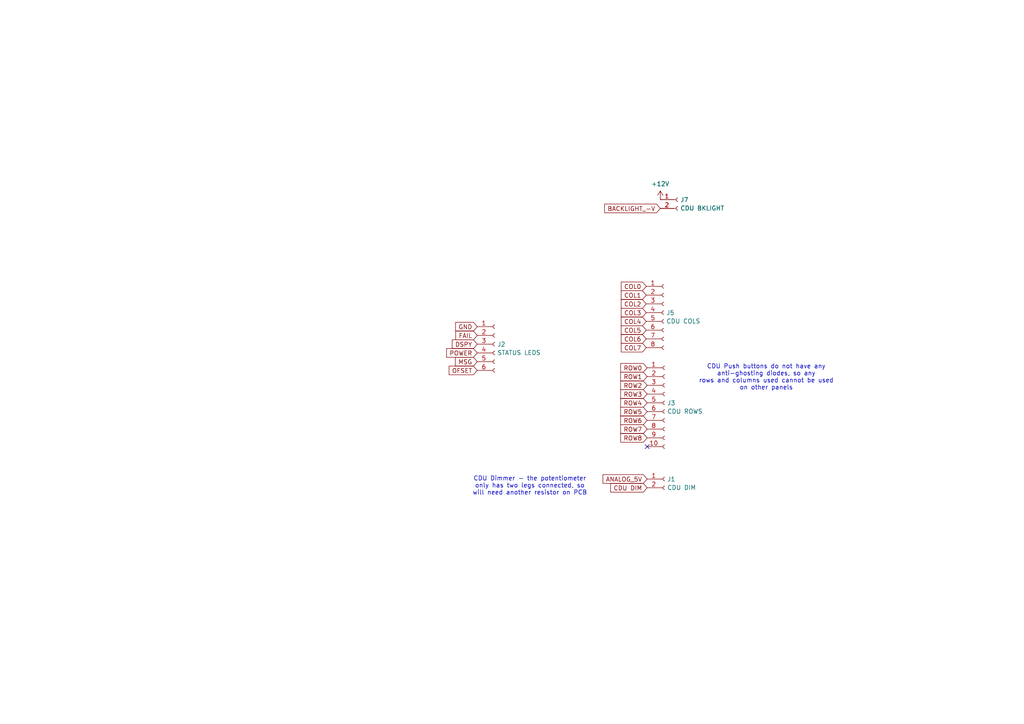
<source format=kicad_sch>
(kicad_sch (version 20231120) (generator "eeschema") (generator_version "8.0")
  (paper "A4")
  (lib_symbols
    (symbol "Connector:Conn_01x02_Socket" (pin_names (offset 1.016) hide)
      (property "Reference" "J" (at 0 2.54 0))
      (property "Value" "Conn_01x02_Socket" (at 0 -5.08 0))
      (symbol "Conn_01x02_Socket_1_1"
        (arc (start 0 -2.032) (mid -0.5058 -2.54) (end 0 -3.048) (stroke (width 0.1524)))
        (polyline (pts (xy -1.27 -2.54) (xy -0.508 -2.54)) (stroke (width 0.1524)))
        (polyline (pts (xy -1.27 0) (xy -0.508 0)) (stroke (width 0.1524)))
        (arc (start 0 0.508) (mid -0.5058 0) (end 0 -0.508) (stroke (width 0.1524)))
        (pin passive line (at -5.08 0 0) (length 3.81) (name "Pin_1") (number "1"))
        (pin passive line (at -5.08 -2.54 0) (length 3.81) (name "Pin_2") (number "2"))
      )
    )
    (symbol "Connector:Conn_01x06_Socket" (pin_names (offset 1.016) hide)
      (property "Reference" "J" (at 0 7.62 0))
      (property "Value" "Conn_01x06_Socket" (at 0 -10.16 0))
      (symbol "Conn_01x06_Socket_1_1"
        (arc (start 0 -7.112) (mid -0.5058 -7.62) (end 0 -8.128) (stroke (width 0.1524)))
        (arc (start 0 -4.572) (mid -0.5058 -5.08) (end 0 -5.588) (stroke (width 0.1524)))
        (arc (start 0 -2.032) (mid -0.5058 -2.54) (end 0 -3.048) (stroke (width 0.1524)))
        (polyline (pts (xy -1.27 -7.62) (xy -0.508 -7.62)) (stroke (width 0.1524)))
        (polyline (pts (xy -1.27 -5.08) (xy -0.508 -5.08)) (stroke (width 0.1524)))
        (polyline (pts (xy -1.27 -2.54) (xy -0.508 -2.54)) (stroke (width 0.1524)))
        (polyline (pts (xy -1.27 0) (xy -0.508 0)) (stroke (width 0.1524)))
        (polyline (pts (xy -1.27 2.54) (xy -0.508 2.54)) (stroke (width 0.1524)))
        (polyline (pts (xy -1.27 5.08) (xy -0.508 5.08)) (stroke (width 0.1524)))
        (arc (start 0 0.508) (mid -0.5058 0) (end 0 -0.508) (stroke (width 0.1524)))
        (arc (start 0 3.048) (mid -0.5058 2.54) (end 0 2.032) (stroke (width 0.1524)))
        (arc (start 0 5.588) (mid -0.5058 5.08) (end 0 4.572) (stroke (width 0.1524)))
        (pin passive line (at -5.08 5.08 0) (length 3.81) (name "Pin_1") (number "1"))
        (pin passive line (at -5.08 2.54 0) (length 3.81) (name "Pin_2") (number "2"))
        (pin passive line (at -5.08 0 0) (length 3.81) (name "Pin_3") (number "3"))
        (pin passive line (at -5.08 -2.54 0) (length 3.81) (name "Pin_4") (number "4"))
        (pin passive line (at -5.08 -5.08 0) (length 3.81) (name "Pin_5") (number "5"))
        (pin passive line (at -5.08 -7.62 0) (length 3.81) (name "Pin_6") (number "6"))
      )
    )
    (symbol "Connector:Conn_01x08_Socket" (pin_names (offset 1.016) hide)
      (property "Reference" "J" (at 0 10.16 0))
      (property "Value" "Conn_01x08_Socket" (at 0 -12.7 0))
      (symbol "Conn_01x08_Socket_1_1"
        (arc (start 0 -9.652) (mid -0.5058 -10.16) (end 0 -10.668) (stroke (width 0.1524)))
        (arc (start 0 -7.112) (mid -0.5058 -7.62) (end 0 -8.128) (stroke (width 0.1524)))
        (arc (start 0 -4.572) (mid -0.5058 -5.08) (end 0 -5.588) (stroke (width 0.1524)))
        (arc (start 0 -2.032) (mid -0.5058 -2.54) (end 0 -3.048) (stroke (width 0.1524)))
        (polyline (pts (xy -1.27 -10.16) (xy -0.508 -10.16)) (stroke (width 0.1524)))
        (polyline (pts (xy -1.27 -7.62) (xy -0.508 -7.62)) (stroke (width 0.1524)))
        (polyline (pts (xy -1.27 -5.08) (xy -0.508 -5.08)) (stroke (width 0.1524)))
        (polyline (pts (xy -1.27 -2.54) (xy -0.508 -2.54)) (stroke (width 0.1524)))
        (polyline (pts (xy -1.27 0) (xy -0.508 0)) (stroke (width 0.1524)))
        (polyline (pts (xy -1.27 2.54) (xy -0.508 2.54)) (stroke (width 0.1524)))
        (polyline (pts (xy -1.27 5.08) (xy -0.508 5.08)) (stroke (width 0.1524)))
        (polyline (pts (xy -1.27 7.62) (xy -0.508 7.62)) (stroke (width 0.1524)))
        (arc (start 0 0.508) (mid -0.5058 0) (end 0 -0.508) (stroke (width 0.1524)))
        (arc (start 0 3.048) (mid -0.5058 2.54) (end 0 2.032) (stroke (width 0.1524)))
        (arc (start 0 5.588) (mid -0.5058 5.08) (end 0 4.572) (stroke (width 0.1524)))
        (arc (start 0 8.128) (mid -0.5058 7.62) (end 0 7.112) (stroke (width 0.1524)))
        (pin passive line (at -5.08 7.62 0) (length 3.81) (name "Pin_1") (number "1"))
        (pin passive line (at -5.08 5.08 0) (length 3.81) (name "Pin_2") (number "2"))
        (pin passive line (at -5.08 2.54 0) (length 3.81) (name "Pin_3") (number "3"))
        (pin passive line (at -5.08 0 0) (length 3.81) (name "Pin_4") (number "4"))
        (pin passive line (at -5.08 -2.54 0) (length 3.81) (name "Pin_5") (number "5"))
        (pin passive line (at -5.08 -5.08 0) (length 3.81) (name "Pin_6") (number "6"))
        (pin passive line (at -5.08 -7.62 0) (length 3.81) (name "Pin_7") (number "7"))
        (pin passive line (at -5.08 -10.16 0) (length 3.81) (name "Pin_8") (number "8"))
      )
    )
    (symbol "Connector:Conn_01x10_Socket" (pin_names (offset 1.016) hide)
      (property "Reference" "J" (at 0 12.7 0))
      (property "Value" "Conn_01x10_Socket" (at 0 -15.24 0))
      (symbol "Conn_01x10_Socket_1_1"
        (arc (start 0 -12.192) (mid -0.5058 -12.7) (end 0 -13.208) (stroke (width 0.1524)))
        (arc (start 0 -9.652) (mid -0.5058 -10.16) (end 0 -10.668) (stroke (width 0.1524)))
        (arc (start 0 -7.112) (mid -0.5058 -7.62) (end 0 -8.128) (stroke (width 0.1524)))
        (arc (start 0 -4.572) (mid -0.5058 -5.08) (end 0 -5.588) (stroke (width 0.1524)))
        (arc (start 0 -2.032) (mid -0.5058 -2.54) (end 0 -3.048) (stroke (width 0.1524)))
        (polyline (pts (xy -1.27 -12.7) (xy -0.508 -12.7)) (stroke (width 0.1524)))
        (polyline (pts (xy -1.27 -10.16) (xy -0.508 -10.16)) (stroke (width 0.1524)))
        (polyline (pts (xy -1.27 -7.62) (xy -0.508 -7.62)) (stroke (width 0.1524)))
        (polyline (pts (xy -1.27 -5.08) (xy -0.508 -5.08)) (stroke (width 0.1524)))
        (polyline (pts (xy -1.27 -2.54) (xy -0.508 -2.54)) (stroke (width 0.1524)))
        (polyline (pts (xy -1.27 0) (xy -0.508 0)) (stroke (width 0.1524)))
        (polyline (pts (xy -1.27 2.54) (xy -0.508 2.54)) (stroke (width 0.1524)))
        (polyline (pts (xy -1.27 5.08) (xy -0.508 5.08)) (stroke (width 0.1524)))
        (polyline (pts (xy -1.27 7.62) (xy -0.508 7.62)) (stroke (width 0.1524)))
        (polyline (pts (xy -1.27 10.16) (xy -0.508 10.16)) (stroke (width 0.1524)))
        (arc (start 0 0.508) (mid -0.5058 0) (end 0 -0.508) (stroke (width 0.1524)))
        (arc (start 0 3.048) (mid -0.5058 2.54) (end 0 2.032) (stroke (width 0.1524)))
        (arc (start 0 5.588) (mid -0.5058 5.08) (end 0 4.572) (stroke (width 0.1524)))
        (arc (start 0 8.128) (mid -0.5058 7.62) (end 0 7.112) (stroke (width 0.1524)))
        (arc (start 0 10.668) (mid -0.5058 10.16) (end 0 9.652) (stroke (width 0.1524)))
        (pin passive line (at -5.08 10.16 0) (length 3.81) (name "Pin_1") (number "1"))
        (pin passive line (at -5.08 -12.7 0) (length 3.81) (name "Pin_10") (number "10"))
        (pin passive line (at -5.08 7.62 0) (length 3.81) (name "Pin_2") (number "2"))
        (pin passive line (at -5.08 5.08 0) (length 3.81) (name "Pin_3") (number "3"))
        (pin passive line (at -5.08 2.54 0) (length 3.81) (name "Pin_4") (number "4"))
        (pin passive line (at -5.08 0 0) (length 3.81) (name "Pin_5") (number "5"))
        (pin passive line (at -5.08 -2.54 0) (length 3.81) (name "Pin_6") (number "6"))
        (pin passive line (at -5.08 -5.08 0) (length 3.81) (name "Pin_7") (number "7"))
        (pin passive line (at -5.08 -7.62 0) (length 3.81) (name "Pin_8") (number "8"))
        (pin passive line (at -5.08 -10.16 0) (length 3.81) (name "Pin_9") (number "9"))
      )
    )
    (symbol "power:+12V" (power) (pin_numbers hide) (pin_names (offset 0) hide)
      (property "Value" "+12V" (at 0 3.556 0))
      (symbol "+12V_0_1"
        (polyline (pts (xy -0.762 1.27) (xy 0 2.54)))
        (polyline (pts (xy 0 0) (xy 0 2.54)))
        (polyline (pts (xy 0 2.54) (xy 0.762 1.27)))
      )
      (symbol "+12V_1_1"
        (pin power_in line (at 0 0 90) (length 0) (name "~") (number "1"))
      )
    )
  )
  (no_connect (at 187.706 129.54))
  (text "CDU Push buttons do not have any\nanti-ghosting diodes, so any\nrows and columns used cannot be used\non other panels" (at 222.25 109.474 0) (effects (font (size 1.27 1.27))))
  (text "CDU Dimmer - the potentiometer\nonly has two legs connected, so\nwill need another resistor on PCB" (at 153.67 140.97 0) (effects (font (size 1.27 1.27))))
  (global_label "ANALOG_5V" (shape input) (at 187.706 138.938 180) (property "Intersheetrefs" "${INTERSHEET_REFS}" (effects (hide yes))))
  (global_label "COL7" (shape input) (at 187.452 100.838 180) (property "Intersheetrefs" "${INTERSHEET_REFS}" (effects (hide yes))))
  (global_label "ROW7" (shape input) (at 187.706 124.46 180) (property "Intersheetrefs" "${INTERSHEET_REFS}" (effects (hide yes))))
  (global_label "ROW3" (shape input) (at 187.706 114.3 180) (property "Intersheetrefs" "${INTERSHEET_REFS}" (effects (hide yes))))
  (global_label "ROW8" (shape input) (at 187.706 127 180) (property "Intersheetrefs" "${INTERSHEET_REFS}" (effects (hide yes))))
  (global_label "COL0" (shape input) (at 187.452 83.058 180) (property "Intersheetrefs" "${INTERSHEET_REFS}" (effects (hide yes))))
  (global_label "COL1" (shape input) (at 187.452 85.598 180) (property "Intersheetrefs" "${INTERSHEET_REFS}" (effects (hide yes))))
  (global_label "COL3" (shape input) (at 187.452 90.678 180) (property "Intersheetrefs" "${INTERSHEET_REFS}" (effects (hide yes))))
  (global_label "COL5" (shape input) (at 187.452 95.758 180) (property "Intersheetrefs" "${INTERSHEET_REFS}" (effects (hide yes))))
  (global_label "ROW1" (shape input) (at 187.706 109.22 180) (property "Intersheetrefs" "${INTERSHEET_REFS}" (effects (hide yes))))
  (global_label "ROW4" (shape input) (at 187.706 116.84 180) (property "Intersheetrefs" "${INTERSHEET_REFS}" (effects (hide yes))))
  (global_label "FAIL" (shape input) (at 138.43 97.282 180) (property "Intersheetrefs" "${INTERSHEET_REFS}" (effects (hide yes))))
  (global_label "COL4" (shape input) (at 187.452 93.218 180) (property "Intersheetrefs" "${INTERSHEET_REFS}" (effects (hide yes))))
  (global_label "MSG" (shape input) (at 138.43 104.902 180) (property "Intersheetrefs" "${INTERSHEET_REFS}" (effects (hide yes))))
  (global_label "DSPY" (shape input) (at 138.43 99.822 180) (property "Intersheetrefs" "${INTERSHEET_REFS}" (effects (hide yes))))
  (global_label "GND" (shape input) (at 138.43 94.742 180) (property "Intersheetrefs" "${INTERSHEET_REFS}" (effects (hide yes))))
  (global_label "BACKLIGHT_-V" (shape input) (at 191.516 60.452 180) (property "Intersheetrefs" "${INTERSHEET_REFS}" (effects (hide yes))))
  (global_label "ROW2" (shape input) (at 187.706 111.76 180) (property "Intersheetrefs" "${INTERSHEET_REFS}" (effects (hide yes))))
  (global_label "ROW0" (shape input) (at 187.706 106.68 180) (property "Intersheetrefs" "${INTERSHEET_REFS}" (effects (hide yes))))
  (global_label "COL2" (shape input) (at 187.452 88.138 180) (property "Intersheetrefs" "${INTERSHEET_REFS}" (effects (hide yes))))
  (global_label "ROW6" (shape input) (at 187.706 121.92 180) (property "Intersheetrefs" "${INTERSHEET_REFS}" (effects (hide yes))))
  (global_label "CDU DIM" (shape input) (at 187.706 141.478 180) (property "Intersheetrefs" "${INTERSHEET_REFS}" (effects (hide yes))))
  (global_label "ROW5" (shape input) (at 187.706 119.38 180) (property "Intersheetrefs" "${INTERSHEET_REFS}" (effects (hide yes))))
  (global_label "POWER" (shape input) (at 138.43 102.362 180) (property "Intersheetrefs" "${INTERSHEET_REFS}" (effects (hide yes))))
  (global_label "COL6" (shape input) (at 187.452 98.298 180) (property "Intersheetrefs" "${INTERSHEET_REFS}" (effects (hide yes))))
  (global_label "OFSET" (shape input) (at 138.43 107.442 180) (property "Intersheetrefs" "${INTERSHEET_REFS}" (effects (hide yes))))
  (symbol (lib_id "Connector:Conn_01x02_Socket") (at 196.596 57.912 0) (unit 1)
    (property "Reference" "J7" (at 197.3072 57.9698 0) (effects (justify left)))
    (property "Value" "CDU BKLIGHT" (at 197.3072 60.3941 0) (effects (justify left)))
    (property "Description" "Generic connector, single row, 01x02, script generated" (effects (hide yes)))
  )
  (symbol (lib_id "Connector:Conn_01x02_Socket") (at 192.786 138.938 0) (unit 1)
    (property "Reference" "J1" (at 193.4972 138.9958 0) (effects (justify left)))
    (property "Value" "CDU DIM" (at 193.4972 141.4201 0) (effects (justify left)))
    (property "Description" "Generic connector, single row, 01x02, script generated" (effects (hide yes)))
  )
  (symbol (lib_id "Connector:Conn_01x08_Socket") (at 192.532 90.678 0) (unit 1)
    (property "Reference" "J5" (at 193.2432 90.7358 0) (effects (justify left)))
    (property "Value" "CDU COLS" (at 193.2432 93.1601 0) (effects (justify left)))
    (property "Description" "Generic connector, single row, 01x08, script generated" (effects (hide yes)))
  )
  (symbol (lib_id "Connector:Conn_01x06_Socket") (at 143.51 99.822 0) (unit 1)
    (property "Reference" "J2" (at 144.2212 99.8798 0) (effects (justify left)))
    (property "Value" "STATUS LEDS" (at 144.2212 102.3041 0) (effects (justify left)))
    (property "Description" "Generic connector, single row, 01x06, script generated" (effects (hide yes)))
  )
  (symbol (lib_id "Connector:Conn_01x10_Socket") (at 192.786 116.84 0) (unit 1)
    (property "Reference" "J3" (at 193.4972 116.8978 0) (effects (justify left)))
    (property "Value" "CDU ROWS" (at 193.4972 119.3221 0) (effects (justify left)))
    (property "Description" "Generic connector, single row, 01x10, script generated" (effects (hide yes)))
  )
  (symbol (lib_id "power:+12V") (at 191.516 57.912 0) (unit 1)
    (property "Reference" "#PWR08" (effects (hide yes)))
    (property "Value" "+12V" (at 191.516 53.34 0))
    (property "Description" "Power symbol creates a global label with name \"+12V\"" (effects (hide yes)))
  )
)
</source>
